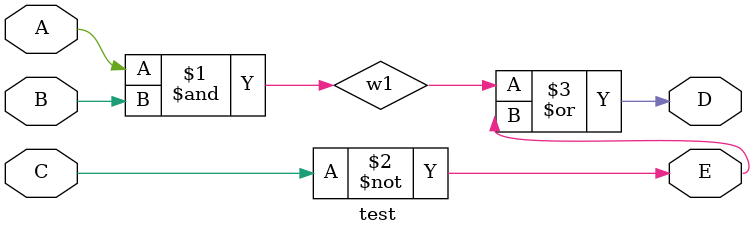
<source format=v>
module test(A, B, C, D, E);
   
   output D, E;
   input  A, B, C;
   wire   w1;

   assign w1 = A & B;
   assign E = ~C;
   assign D = w1 | E;

endmodule
</source>
